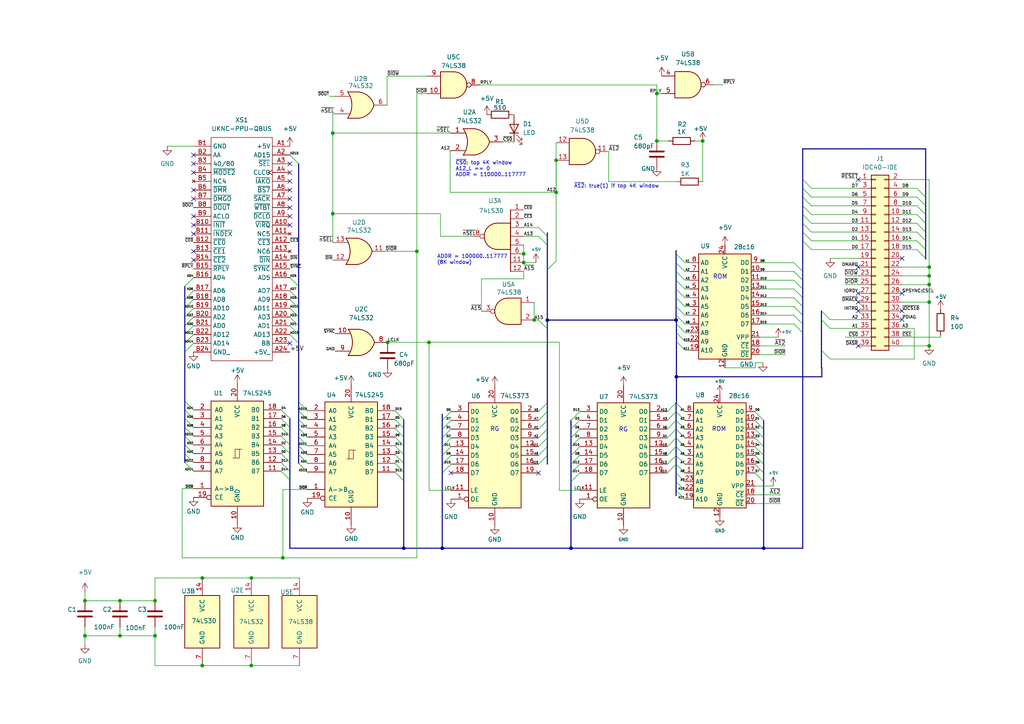
<source format=kicad_sch>
(kicad_sch (version 20230121) (generator eeschema)
  (paper "A4")
  (title_block (title "https://forum.maxiol.com/index.php?showtopic=4937") (date "2023-03-18") (comment 1 "https://github.com/nzeemin/ukncbtl-doc/wiki/IDE-HDD-ru") (comment 2 "https://zx-pk.ru/threads/12218-vinchester-uknts/page3.html"))
  (bus_alias "{QBUS-B}" (members "AD0" "AD2" "AD4" "AD6" "AD8" "AD10" "AD12" "AD14"))
  (junction (at 58.674 193.04))
  (junction (at 161.29 55.7784))
  (junction (at 117.094 159.004))
  (junction (at 120.904 72.898))
  (junction (at 72.898 193.04))
  (junction (at 190.5 40.894))
  (junction (at 158.75 92.837))
  (junction (at 151.892 73.6092))
  (junction (at 112.4204 99.314))
  (junction (at 96.52 61.976))
  (junction (at 44.958 174.244))
  (junction (at 34.798 184.404))
  (junction (at 124.4092 99.314))
  (junction (at 203.8096 40.894))
  (junction (at 165.608 159.004))
  (junction (at 269.494 82.55))
  (junction (at 196.1896 109.2708))
  (junction (at 128.27 159.004))
  (junction (at 82.042 161.798))
  (junction (at 196.088 92.837))
  (junction (at 58.674 167.64))
  (junction (at 269.494 87.63))
  (junction (at 161.29 46.482))
  (junction (at 269.494 77.47))
  (junction (at 154.94 92.8116))
  (junction (at 221.488 159.004))
  (junction (at 269.494 100.33))
  (junction (at 34.798 174.244))
  (junction (at 190.5 27.1272))
  (junction (at 151.892 76.1492))
  (junction (at 24.638 184.404))
  (junction (at 72.898 167.64))
  (junction (at 96.52 38.608))
  (junction (at 269.494 80.01))
  (junction (at 24.638 174.244))
  (junction (at 44.958 184.404))
  (no_connect (at 84.074 55.118))
  (no_connect (at 248.92 100.33))
  (no_connect (at 84.074 52.578))
  (no_connect (at 261.62 74.93))
  (no_connect (at 84.074 99.568))
  (no_connect (at 84.074 65.278))
  (no_connect (at 156.21 137.16))
  (no_connect (at 261.62 85.09))
  (no_connect (at 84.074 50.038))
  (no_connect (at 261.62 90.17))
  (no_connect (at 84.074 57.658))
  (no_connect (at 56.134 67.818))
  (no_connect (at 84.074 60.198))
  (no_connect (at 248.92 77.47))
  (no_connect (at 248.92 52.07))
  (no_connect (at 56.134 55.118))
  (no_connect (at 84.074 47.498))
  (no_connect (at 56.134 72.898))
  (no_connect (at 248.92 85.09))
  (no_connect (at 130.81 137.16))
  (no_connect (at 248.92 87.63))
  (no_connect (at 56.134 50.038))
  (no_connect (at 56.134 65.278))
  (no_connect (at 56.134 47.498))
  (no_connect (at 248.92 90.17))
  (no_connect (at 56.134 57.658))
  (no_connect (at 84.074 62.738))
  (no_connect (at 261.62 92.71))
  (no_connect (at 56.134 75.438))
  (no_connect (at 56.134 62.738))
  (no_connect (at 56.134 44.958))
  (bus_entry (at 81.534 129.032) (size 2.54 2.54))
  (bus_entry (at 230.2764 91.44) (size 2.54 2.54))
  (bus_entry (at 168.148 132.08) (size -2.54 2.54))
  (bus_entry (at 158.75 68.5292) (size -2.54 -2.54))
  (bus_entry (at 114.554 121.666) (size 2.54 2.54))
  (bus_entry (at 193.548 119.38) (size 2.54 -2.54))
  (bus_entry (at 193.548 127) (size 2.54 -2.54))
  (bus_entry (at 84.074 89.408) (size 2.54 2.54))
  (bus_entry (at 196.088 129.54) (size 2.54 2.54))
  (bus_entry (at 230.2764 88.9) (size 2.54 2.54))
  (bus_entry (at 196.088 124.46) (size 2.54 2.54))
  (bus_entry (at 56.134 86.868) (size -2.54 2.54))
  (bus_entry (at 230.2764 93.98) (size 2.54 2.54))
  (bus_entry (at 196.088 91.44) (size 2.54 2.54))
  (bus_entry (at 81.534 136.652) (size 2.54 2.54))
  (bus_entry (at 130.81 134.62) (size -2.54 2.54))
  (bus_entry (at 232.8164 57.15) (size 2.54 2.54))
  (bus_entry (at 114.554 136.906) (size 2.54 2.54))
  (bus_entry (at 84.074 80.518) (size 2.54 2.54))
  (bus_entry (at 114.554 134.366) (size 2.54 2.54))
  (bus_entry (at 86.614 129.286) (size 2.54 2.54))
  (bus_entry (at 168.148 127) (size -2.54 2.54))
  (bus_entry (at 196.088 127) (size 2.54 2.54))
  (bus_entry (at 156.21 132.08) (size 2.54 -2.54))
  (bus_entry (at 84.074 84.328) (size 2.54 2.54))
  (bus_entry (at 218.948 132.08) (size 2.54 2.54))
  (bus_entry (at 193.548 121.92) (size 2.54 -2.54))
  (bus_entry (at 196.088 78.74) (size 2.54 2.54))
  (bus_entry (at 168.148 119.38) (size -2.54 2.54))
  (bus_entry (at 156.21 124.46) (size 2.54 -2.54))
  (bus_entry (at 265.938 67.31) (size 2.54 2.54))
  (bus_entry (at 156.21 129.54) (size 2.54 -2.54))
  (bus_entry (at 84.074 91.948) (size 2.54 2.54))
  (bus_entry (at 56.134 97.028) (size -2.54 2.54))
  (bus_entry (at 196.088 142.24) (size 2.54 2.54))
  (bus_entry (at 84.074 97.028) (size 2.54 2.54))
  (bus_entry (at 56.134 80.518) (size -2.54 2.54))
  (bus_entry (at 130.81 119.38) (size -2.54 2.54))
  (bus_entry (at 168.148 137.16) (size -2.54 2.54))
  (bus_entry (at 156.21 119.38) (size 2.54 -2.54))
  (bus_entry (at 81.534 118.872) (size 2.54 2.54))
  (bus_entry (at 230.2764 76.2) (size 2.54 2.54))
  (bus_entry (at 56.134 121.412) (size -2.54 -2.54))
  (bus_entry (at 168.148 129.54) (size -2.54 2.54))
  (bus_entry (at 114.554 129.286) (size 2.54 2.54))
  (bus_entry (at 84.074 44.958) (size 2.54 2.54))
  (bus_entry (at 86.614 126.746) (size 2.54 2.54))
  (bus_entry (at 56.134 84.328) (size -2.54 2.54))
  (bus_entry (at 114.554 131.826) (size 2.54 2.54))
  (bus_entry (at 232.8164 67.31) (size 2.54 2.54))
  (bus_entry (at 196.1896 99.06) (size 2.54 2.54))
  (bus_entry (at 56.134 129.032) (size -2.54 -2.54))
  (bus_entry (at 56.134 126.492) (size -2.54 -2.54))
  (bus_entry (at 265.938 54.61) (size 2.54 2.54))
  (bus_entry (at 196.088 139.7) (size 2.54 2.54))
  (bus_entry (at 196.088 86.36) (size 2.54 2.54))
  (bus_entry (at 196.1896 96.52) (size 2.54 2.54))
  (bus_entry (at 196.088 137.16) (size 2.54 2.54))
  (bus_entry (at 86.614 124.206) (size 2.54 2.54))
  (bus_entry (at 56.134 99.568) (size -2.54 2.54))
  (bus_entry (at 114.554 119.126) (size 2.54 2.54))
  (bus_entry (at 84.074 94.488) (size 2.54 2.54))
  (bus_entry (at 232.8164 54.61) (size 2.54 2.54))
  (bus_entry (at 265.938 62.23) (size 2.54 2.54))
  (bus_entry (at 218.948 127) (size 2.54 2.54))
  (bus_entry (at 265.938 69.85) (size 2.54 2.54))
  (bus_entry (at 196.088 121.92) (size 2.54 2.54))
  (bus_entry (at 196.088 119.38) (size 2.54 2.54))
  (bus_entry (at 265.938 64.77) (size 2.54 2.54))
  (bus_entry (at 130.81 127) (size -2.54 2.54))
  (bus_entry (at 238.252 101.6) (size 2.54 2.54))
  (bus_entry (at 156.21 121.92) (size 2.54 -2.54))
  (bus_entry (at 130.81 124.46) (size -2.54 2.54))
  (bus_entry (at 265.938 72.39) (size 2.54 2.54))
  (bus_entry (at 232.8164 69.85) (size 2.54 2.54))
  (bus_entry (at 196.088 76.2) (size 2.54 2.54))
  (bus_entry (at 265.938 59.69) (size 2.54 2.54))
  (bus_entry (at 218.948 124.46) (size 2.54 2.54))
  (bus_entry (at 56.134 123.952) (size -2.54 -2.54))
  (bus_entry (at 81.534 131.572) (size 2.54 2.54))
  (bus_entry (at 161.29 75.692) (size -2.54 2.54))
  (bus_entry (at 218.948 119.38) (size 2.54 2.54))
  (bus_entry (at 232.8164 62.23) (size 2.54 2.54))
  (bus_entry (at 156.21 134.62) (size 2.54 -2.54))
  (bus_entry (at 265.938 57.15) (size 2.54 2.54))
  (bus_entry (at 168.148 121.92) (size -2.54 2.54))
  (bus_entry (at 81.534 134.112) (size 2.54 2.54))
  (bus_entry (at 196.088 73.66) (size 2.54 2.54))
  (bus_entry (at 56.134 136.652) (size -2.54 -2.54))
  (bus_entry (at 193.548 137.16) (size 2.54 -2.54))
  (bus_entry (at 114.554 124.206) (size 2.54 2.54))
  (bus_entry (at 86.614 134.366) (size 2.54 2.54))
  (bus_entry (at 230.2764 78.74) (size 2.54 2.54))
  (bus_entry (at 130.81 129.54) (size -2.54 2.54))
  (bus_entry (at 130.81 132.08) (size -2.54 2.54))
  (bus_entry (at 114.554 126.746) (size 2.54 2.54))
  (bus_entry (at 86.614 119.126) (size 2.54 2.54))
  (bus_entry (at 86.614 131.826) (size 2.54 2.54))
  (bus_entry (at 196.088 116.84) (size 2.54 2.54))
  (bus_entry (at 232.8164 64.77) (size 2.54 2.54))
  (bus_entry (at 218.948 134.62) (size 2.54 2.54))
  (bus_entry (at 81.534 121.412) (size 2.54 2.54))
  (bus_entry (at 218.948 137.16) (size 2.54 2.54))
  (bus_entry (at 193.548 124.46) (size 2.54 -2.54))
  (bus_entry (at 56.134 91.948) (size -2.54 2.54))
  (bus_entry (at 230.2764 86.36) (size 2.54 2.54))
  (bus_entry (at 158.75 71.0692) (size -2.54 -2.54))
  (bus_entry (at 196.088 134.62) (size 2.54 2.54))
  (bus_entry (at 196.1896 93.98) (size 2.54 2.54))
  (bus_entry (at 56.134 94.488) (size -2.54 2.54))
  (bus_entry (at 193.548 134.62) (size 2.54 -2.54))
  (bus_entry (at 168.148 134.62) (size -2.54 2.54))
  (bus_entry (at 238.252 92.71) (size 2.54 2.54))
  (bus_entry (at 196.088 88.9) (size 2.54 2.54))
  (bus_entry (at 232.8164 59.69) (size 2.54 2.54))
  (bus_entry (at 218.948 129.54) (size 2.54 2.54))
  (bus_entry (at 81.534 126.492) (size 2.54 2.54))
  (bus_entry (at 56.134 89.408) (size -2.54 2.54))
  (bus_entry (at 196.088 83.82) (size 2.54 2.54))
  (bus_entry (at 86.614 121.666) (size 2.54 2.54))
  (bus_entry (at 238.252 90.17) (size 2.54 2.54))
  (bus_entry (at 193.548 132.08) (size 2.54 -2.54))
  (bus_entry (at 156.21 127) (size 2.54 -2.54))
  (bus_entry (at 56.134 118.872) (size -2.54 -2.54))
  (bus_entry (at 81.534 123.952) (size 2.54 2.54))
  (bus_entry (at 156.21 92.8116) (size 2.54 2.54))
  (bus_entry (at 230.2764 83.82) (size 2.54 2.54))
  (bus_entry (at 56.134 131.572) (size -2.54 -2.54))
  (bus_entry (at 168.148 124.46) (size -2.54 2.54))
  (bus_entry (at 56.134 134.112) (size -2.54 -2.54))
  (bus_entry (at 86.614 116.586) (size 2.54 2.54))
  (bus_entry (at 232.8164 52.07) (size 2.54 2.54))
  (bus_entry (at 230.2764 81.28) (size 2.54 2.54))
  (bus_entry (at 218.948 121.92) (size 2.54 2.54))
  (bus_entry (at 193.548 129.54) (size 2.54 -2.54))
  (bus_entry (at 196.088 132.08) (size 2.54 2.54))
  (bus_entry (at 196.088 81.28) (size 2.54 2.54))
  (bus_entry (at 130.81 121.92) (size -2.54 2.54))
  (bus_entry (at 84.074 86.868) (size 2.54 2.54))
  (bus (pts (xy 196.1896 99.06) (xy 196.1896 109.2708)))
  (bus (pts (xy 53.594 86.868) (xy 53.594 89.408)))
  (bus (pts (xy 232.8164 52.07) (xy 232.8164 43.18)))
  (wire (pts (xy 218.948 140.97) (xy 224.282 140.97)))
  (wire (pts (xy 269.494 52.07) (xy 269.494 77.47)))
  (bus (pts (xy 165.608 127) (xy 165.608 129.54)))
  (wire (pts (xy 149.098 33.274) (xy 148.844 33.274)))
  (bus (pts (xy 53.594 102.108) (xy 53.594 116.332)))
  (wire (pts (xy 220.4212 76.2) (xy 230.2764 76.2)))
  (bus (pts (xy 221.488 159.004) (xy 232.8164 159.004)))
  (bus (pts (xy 268.478 67.31) (xy 268.478 69.85)))
  (bus (pts (xy 232.8164 78.74) (xy 232.8164 81.28)))
  (wire (pts (xy 235.3564 64.77) (xy 248.92 64.77)))
  (bus (pts (xy 84.074 121.412) (xy 84.074 123.952)))
  (bus (pts (xy 232.8164 69.85) (xy 232.8164 78.74)))
  (bus (pts (xy 53.594 97.028) (xy 53.594 99.568)))
  (wire (pts (xy 220.4212 100.33) (xy 227.838 100.33)))
  (wire (pts (xy 96.52 61.976) (xy 96.52 70.358)))
  (bus (pts (xy 117.094 126.746) (xy 117.094 129.286)))
  (wire (pts (xy 161.29 46.482) (xy 161.29 55.7784)))
  (bus (pts (xy 232.8164 86.36) (xy 232.8164 88.9)))
  (wire (pts (xy 96.52 61.976) (xy 127.762 61.976)))
  (bus (pts (xy 86.614 124.206) (xy 86.614 126.746)))
  (bus (pts (xy 268.478 57.15) (xy 268.478 59.69)))
  (wire (pts (xy 261.62 80.01) (xy 269.494 80.01)))
  (bus (pts (xy 232.8164 62.23) (xy 232.8164 64.77)))
  (bus (pts (xy 232.8164 83.82) (xy 232.8164 86.36)))
  (wire (pts (xy 261.62 87.63) (xy 269.494 87.63)))
  (bus (pts (xy 53.594 99.568) (xy 53.594 102.108)))
  (wire (pts (xy 198.7296 96.52) (xy 200.1012 96.52)))
  (wire (pts (xy 161.29 55.7784) (xy 161.3408 55.7784)))
  (wire (pts (xy 24.638 174.244) (xy 34.798 174.244)))
  (wire (pts (xy 220.4212 91.44) (xy 230.2764 91.44)))
  (wire (pts (xy 261.62 100.33) (xy 269.494 100.33)))
  (bus (pts (xy 86.614 121.666) (xy 86.614 124.206)))
  (bus (pts (xy 84.074 139.192) (xy 84.074 159.004)))
  (wire (pts (xy 261.62 97.79) (xy 272.796 97.79)))
  (wire (pts (xy 44.958 184.404) (xy 34.798 184.404)))
  (bus (pts (xy 196.088 129.54) (xy 196.088 127)))
  (wire (pts (xy 112.268 22.098) (xy 112.268 30.48)))
  (bus (pts (xy 196.1896 92.837) (xy 196.088 92.837)))
  (wire (pts (xy 240.792 92.71) (xy 248.92 92.71)))
  (wire (pts (xy 149.098 33.528) (xy 149.098 33.274)))
  (bus (pts (xy 268.478 72.39) (xy 268.478 74.93)))
  (bus (pts (xy 221.488 124.46) (xy 221.488 127)))
  (bus (pts (xy 84.074 123.952) (xy 84.074 126.492)))
  (bus (pts (xy 158.75 92.837) (xy 158.75 95.3516)))
  (wire (pts (xy 261.62 95.25) (xy 265.176 95.25)))
  (wire (pts (xy 96.52 38.608) (xy 130.556 38.608)))
  (bus (pts (xy 232.8164 57.15) (xy 232.8164 54.61)))
  (bus (pts (xy 268.478 69.85) (xy 268.478 72.39)))
  (bus (pts (xy 232.8164 69.85) (xy 232.8164 67.31)))
  (bus (pts (xy 128.27 124.46) (xy 128.27 127)))
  (wire (pts (xy 34.798 184.404) (xy 24.638 184.404)))
  (wire (pts (xy 272.796 97.282) (xy 272.796 97.79)))
  (wire (pts (xy 96.52 33.02) (xy 96.52 38.608)))
  (wire (pts (xy 82.042 141.986) (xy 82.042 161.798)))
  (bus (pts (xy 53.594 91.948) (xy 53.594 94.488)))
  (wire (pts (xy 218.948 146.05) (xy 226.4156 146.05)))
  (wire (pts (xy 151.892 80.8736) (xy 139.6492 80.8736)))
  (wire (pts (xy 89.154 141.986) (xy 82.042 141.986)))
  (wire (pts (xy 120.904 72.898) (xy 111.76 72.898)))
  (bus (pts (xy 117.094 121.666) (xy 117.094 124.206)))
  (bus (pts (xy 196.088 137.16) (xy 196.088 139.7)))
  (wire (pts (xy 240.792 95.25) (xy 248.92 95.25)))
  (wire (pts (xy 151.892 71.0692) (xy 151.892 73.6092)))
  (wire (pts (xy 269.494 87.63) (xy 269.494 82.55)))
  (wire (pts (xy 162.2552 99.2632) (xy 124.4092 99.2632)))
  (bus (pts (xy 268.478 62.23) (xy 268.478 64.77)))
  (bus (pts (xy 221.488 139.7) (xy 221.488 159.004)))
  (wire (pts (xy 196.1896 52.6796) (xy 176.53 52.6796)))
  (wire (pts (xy 44.958 184.404) (xy 44.958 193.04)))
  (wire (pts (xy 44.958 181.864) (xy 44.958 184.404)))
  (wire (pts (xy 161.3408 55.7784) (xy 161.3408 46.482)))
  (wire (pts (xy 120.904 72.898) (xy 120.904 27.178)))
  (wire (pts (xy 235.3564 57.15) (xy 248.92 57.15)))
  (bus (pts (xy 232.8164 91.44) (xy 232.8164 93.98)))
  (bus (pts (xy 158.75 132.08) (xy 158.75 134.62)))
  (wire (pts (xy 112.268 22.098) (xy 123.952 22.098)))
  (wire (pts (xy 235.3564 54.61) (xy 248.92 54.61)))
  (wire (pts (xy 58.674 167.64) (xy 44.958 167.64)))
  (bus (pts (xy 238.3536 106.68) (xy 238.3536 109.2708)))
  (bus (pts (xy 128.27 132.08) (xy 128.27 134.62)))
  (bus (pts (xy 86.614 116.586) (xy 86.614 119.126)))
  (bus (pts (xy 232.8164 52.07) (xy 232.8164 54.61)))
  (bus (pts (xy 196.088 81.28) (xy 196.088 83.82)))
  (wire (pts (xy 127.762 61.976) (xy 127.762 68.5292)))
  (bus (pts (xy 158.75 95.3516) (xy 158.75 116.84)))
  (bus (pts (xy 196.088 119.38) (xy 196.088 116.84)))
  (wire (pts (xy 124.4092 99.314) (xy 112.4204 99.314)))
  (wire (pts (xy 269.494 80.01) (xy 269.494 77.47)))
  (wire (pts (xy 261.62 67.31) (xy 265.938 67.31)))
  (bus (pts (xy 158.75 127) (xy 158.75 129.54)))
  (wire (pts (xy 261.62 52.07) (xy 269.494 52.07)))
  (wire (pts (xy 34.798 174.244) (xy 44.958 174.244)))
  (wire (pts (xy 220.4212 81.28) (xy 230.2764 81.28)))
  (bus (pts (xy 165.608 124.46) (xy 165.608 127)))
  (wire (pts (xy 120.904 161.798) (xy 120.904 72.898)))
  (wire (pts (xy 161.29 55.7784) (xy 130.556 55.7784)))
  (wire (pts (xy 95.504 27.94) (xy 97.028 27.94)))
  (bus (pts (xy 196.1896 96.52) (xy 196.1896 99.06)))
  (bus (pts (xy 86.614 97.028) (xy 86.614 99.568)))
  (wire (pts (xy 235.3564 59.69) (xy 248.92 59.69)))
  (bus (pts (xy 221.488 134.62) (xy 221.488 137.16)))
  (wire (pts (xy 190.5 27.1272) (xy 190.5 40.894)))
  (wire (pts (xy 161.3408 46.482) (xy 161.29 46.482)))
  (bus (pts (xy 232.8164 67.31) (xy 232.8164 64.77)))
  (wire (pts (xy 198.7296 99.06) (xy 200.1012 99.06)))
  (wire (pts (xy 176.53 52.6796) (xy 176.53 43.942)))
  (wire (pts (xy 48.514 42.418) (xy 56.134 42.418)))
  (bus (pts (xy 238.252 106.68) (xy 238.252 101.6)))
  (wire (pts (xy 220.4212 83.82) (xy 230.2764 83.82)))
  (wire (pts (xy 261.62 64.77) (xy 265.938 64.77)))
  (wire (pts (xy 235.3564 67.31) (xy 248.92 67.31)))
  (bus (pts (xy 86.614 126.746) (xy 86.614 129.286)))
  (bus (pts (xy 53.594 123.952) (xy 53.594 126.492)))
  (bus (pts (xy 86.614 99.568) (xy 86.614 116.586)))
  (bus (pts (xy 232.8164 93.98) (xy 232.8164 96.52)))
  (bus (pts (xy 165.608 137.16) (xy 165.608 139.7)))
  (wire (pts (xy 52.832 161.798) (xy 52.832 141.732)))
  (wire (pts (xy 245.11 82.55) (xy 248.92 82.55)))
  (wire (pts (xy 269.494 77.47) (xy 261.62 77.47)))
  (wire (pts (xy 151.892 76.1492) (xy 155.448 76.1492)))
  (bus (pts (xy 128.27 137.16) (xy 128.27 159.004)))
  (bus (pts (xy 117.094 129.286) (xy 117.094 131.826)))
  (bus (pts (xy 53.594 131.572) (xy 53.594 134.112)))
  (bus (pts (xy 196.088 139.7) (xy 196.088 142.24)))
  (wire (pts (xy 218.948 143.51) (xy 226.3648 143.51)))
  (bus (pts (xy 165.608 121.92) (xy 165.608 124.46)))
  (wire (pts (xy 52.832 161.798) (xy 82.042 161.798)))
  (bus (pts (xy 196.1896 109.2708) (xy 196.1896 116.84)))
  (bus (pts (xy 238.252 90.17) (xy 238.252 92.71)))
  (wire (pts (xy 245.11 80.01) (xy 248.92 80.01)))
  (bus (pts (xy 117.094 159.004) (xy 128.27 159.004)))
  (bus (pts (xy 196.088 132.08) (xy 196.088 129.54)))
  (bus (pts (xy 53.594 83.058) (xy 53.594 86.868)))
  (bus (pts (xy 196.088 76.2) (xy 196.088 78.74)))
  (wire (pts (xy 245.11 97.79) (xy 248.92 97.79)))
  (wire (pts (xy 120.904 161.798) (xy 82.042 161.798)))
  (bus (pts (xy 53.594 118.872) (xy 53.594 121.412)))
  (wire (pts (xy 139.6492 90.2716) (xy 139.7 90.2716)))
  (wire (pts (xy 220.4212 78.74) (xy 230.2764 78.74)))
  (bus (pts (xy 165.608 129.54) (xy 165.608 132.08)))
  (bus (pts (xy 158.75 119.38) (xy 158.75 121.92)))
  (wire (pts (xy 124.4092 99.314) (xy 124.4092 99.2632)))
  (bus (pts (xy 196.088 124.46) (xy 196.088 121.92)))
  (bus (pts (xy 53.594 94.488) (xy 53.594 97.028)))
  (bus (pts (xy 84.074 129.032) (xy 84.074 131.572)))
  (wire (pts (xy 190.5 24.638) (xy 190.5 27.1272)))
  (bus (pts (xy 196.088 91.44) (xy 196.088 92.837)))
  (wire (pts (xy 52.832 141.732) (xy 56.134 141.732)))
  (wire (pts (xy 220.4212 86.36) (xy 230.2764 86.36)))
  (bus (pts (xy 128.27 121.92) (xy 128.27 124.46)))
  (wire (pts (xy 96.52 33.02) (xy 97.028 33.02)))
  (bus (pts (xy 53.594 89.408) (xy 53.594 91.948)))
  (bus (pts (xy 117.094 136.906) (xy 117.094 139.446)))
  (bus (pts (xy 232.8164 88.9) (xy 232.8164 91.44)))
  (bus (pts (xy 196.088 134.62) (xy 196.088 137.16)))
  (wire (pts (xy 139.192 24.638) (xy 190.5 24.638)))
  (bus (pts (xy 117.094 134.366) (xy 117.094 136.906)))
  (bus (pts (xy 53.594 126.492) (xy 53.594 129.032)))
  (bus (pts (xy 196.088 88.9) (xy 196.088 91.44)))
  (wire (pts (xy 261.62 59.69) (xy 265.938 59.69)))
  (wire (pts (xy 24.638 184.404) (xy 24.638 186.944)))
  (bus (pts (xy 165.608 139.7) (xy 165.608 159.004)))
  (wire (pts (xy 86.868 167.64) (xy 72.898 167.64)))
  (bus (pts (xy 268.478 64.77) (xy 268.478 67.31)))
  (bus (pts (xy 221.488 137.16) (xy 221.488 139.7)))
  (bus (pts (xy 84.074 136.652) (xy 84.074 139.192)))
  (wire (pts (xy 220.4212 93.98) (xy 230.2764 93.98)))
  (wire (pts (xy 120.904 27.178) (xy 123.952 27.178)))
  (bus (pts (xy 86.614 94.488) (xy 86.614 97.028)))
  (wire (pts (xy 24.638 171.704) (xy 24.638 174.244)))
  (bus (pts (xy 196.1896 92.837) (xy 196.1896 93.98)))
  (wire (pts (xy 151.892 65.9892) (xy 156.21 65.9892)))
  (bus (pts (xy 238.3536 106.68) (xy 238.252 106.68)))
  (bus (pts (xy 84.074 134.112) (xy 84.074 136.652)))
  (bus (pts (xy 86.614 89.408) (xy 86.614 91.948)))
  (wire (pts (xy 198.628 81.28) (xy 200.1012 81.28)))
  (wire (pts (xy 96.52 38.608) (xy 96.52 61.976)))
  (wire (pts (xy 198.628 78.74) (xy 200.1012 78.74)))
  (wire (pts (xy 203.8096 40.894) (xy 203.8096 52.6796)))
  (wire (pts (xy 261.62 57.15) (xy 265.938 57.15)))
  (wire (pts (xy 261.62 62.23) (xy 265.938 62.23)))
  (wire (pts (xy 190.5 40.894) (xy 193.9036 40.894)))
  (bus (pts (xy 53.594 129.032) (xy 53.594 131.572)))
  (wire (pts (xy 124.4092 99.314) (xy 124.46 99.314)))
  (wire (pts (xy 261.62 72.39) (xy 265.938 72.39)))
  (bus (pts (xy 158.75 116.84) (xy 158.75 119.38)))
  (wire (pts (xy 154.94 92.8116) (xy 156.21 92.8116)))
  (wire (pts (xy 136.652 68.5292) (xy 127.762 68.5292)))
  (wire (pts (xy 235.3564 72.39) (xy 248.92 72.39)))
  (bus (pts (xy 86.614 91.948) (xy 86.614 94.488)))
  (bus (pts (xy 196.088 86.36) (xy 196.088 88.9)))
  (wire (pts (xy 240.792 104.14) (xy 265.176 104.14)))
  (bus (pts (xy 196.088 142.24) (xy 196.088 143.764)))
  (bus (pts (xy 196.088 83.82) (xy 196.088 86.36)))
  (bus (pts (xy 221.488 121.92) (xy 221.488 124.46)))
  (wire (pts (xy 198.7296 101.6) (xy 200.1012 101.6)))
  (bus (pts (xy 86.614 129.286) (xy 86.614 131.826)))
  (bus (pts (xy 196.1896 109.2708) (xy 238.3536 109.2708)))
  (bus (pts (xy 196.088 78.74) (xy 196.088 81.28)))
  (wire (pts (xy 198.628 93.98) (xy 200.1012 93.98)))
  (wire (pts (xy 161.29 41.402) (xy 161.29 46.482)))
  (wire (pts (xy 198.628 91.44) (xy 200.1012 91.44)))
  (bus (pts (xy 53.594 116.332) (xy 53.594 118.872)))
  (bus (pts (xy 232.8164 96.52) (xy 232.8164 159.004)))
  (bus (pts (xy 84.074 131.572) (xy 84.074 134.112)))
  (bus (pts (xy 196.1896 93.98) (xy 196.1896 96.52)))
  (wire (pts (xy 198.628 86.36) (xy 200.1012 86.36)))
  (bus (pts (xy 196.1896 116.84) (xy 196.088 116.84)))
  (wire (pts (xy 219.1004 106.68) (xy 219.1004 105.2068)))
  (bus (pts (xy 117.094 124.206) (xy 117.094 126.746)))
  (wire (pts (xy 190.5 27.1272) (xy 191.9224 27.1272)))
  (bus (pts (xy 232.8164 43.18) (xy 268.478 43.18)))
  (bus (pts (xy 117.094 131.826) (xy 117.094 134.366)))
  (bus (pts (xy 158.75 67.564) (xy 158.75 68.5292)))
  (bus (pts (xy 196.088 72.644) (xy 196.088 73.66)))
  (wire (pts (xy 130.556 55.7784) (xy 130.556 43.688)))
  (bus (pts (xy 158.75 68.5292) (xy 158.75 71.0692)))
  (wire (pts (xy 207.1624 24.5872) (xy 209.7024 24.5872)))
  (bus (pts (xy 221.488 132.08) (xy 221.488 134.62)))
  (wire (pts (xy 72.898 193.04) (xy 86.868 193.04)))
  (wire (pts (xy 261.62 69.85) (xy 265.938 69.85)))
  (bus (pts (xy 158.75 129.54) (xy 158.75 132.08)))
  (wire (pts (xy 269.494 100.33) (xy 269.494 87.63)))
  (bus (pts (xy 232.8164 59.69) (xy 232.8164 62.23)))
  (bus (pts (xy 128.27 120.142) (xy 128.27 121.92)))
  (bus (pts (xy 268.478 43.18) (xy 268.478 57.15)))
  (bus (pts (xy 268.478 59.69) (xy 268.478 62.23)))
  (bus (pts (xy 232.8164 59.69) (xy 232.8164 57.15)))
  (bus (pts (xy 86.614 86.868) (xy 86.614 89.408)))
  (wire (pts (xy 220.4212 97.79) (xy 225.7552 97.79)))
  (bus (pts (xy 86.614 47.498) (xy 86.614 83.058)))
  (wire (pts (xy 151.892 68.5292) (xy 156.21 68.5292)))
  (wire (pts (xy 139.6492 80.8736) (xy 139.6492 90.2716)))
  (wire (pts (xy 261.62 82.55) (xy 269.494 82.55)))
  (wire (pts (xy 151.892 78.6892) (xy 151.892 80.8736)))
  (wire (pts (xy 210.2612 106.68) (xy 219.1004 106.68)))
  (wire (pts (xy 198.628 83.82) (xy 200.1012 83.82)))
  (bus (pts (xy 196.088 121.92) (xy 196.088 119.38)))
  (wire (pts (xy 168.148 142.24) (xy 162.2552 142.24)))
  (wire (pts (xy 34.798 181.864) (xy 34.798 184.404)))
  (bus (pts (xy 128.27 134.62) (xy 128.27 137.16)))
  (wire (pts (xy 44.958 193.04) (xy 58.674 193.04)))
  (bus (pts (xy 117.094 139.446) (xy 117.094 159.004)))
  (bus (pts (xy 165.608 159.004) (xy 221.488 159.004)))
  (bus (pts (xy 268.478 74.93) (xy 268.478 75.184)))
  (bus (pts (xy 232.8164 81.28) (xy 232.8164 83.82)))
  (bus (pts (xy 158.75 71.0692) (xy 158.75 78.232)))
  (bus (pts (xy 196.088 132.08) (xy 196.088 134.62)))
  (wire (pts (xy 124.46 142.24) (xy 124.46 99.314)))
  (bus (pts (xy 86.614 131.826) (xy 86.614 134.366)))
  (wire (pts (xy 198.628 88.9) (xy 200.1012 88.9)))
  (bus (pts (xy 196.088 73.66) (xy 196.088 76.2)))
  (bus (pts (xy 158.75 121.92) (xy 158.75 124.46)))
  (bus (pts (xy 238.252 92.71) (xy 238.252 101.6)))
  (wire (pts (xy 201.5236 40.894) (xy 203.8096 40.894)))
  (bus (pts (xy 128.27 159.004) (xy 165.608 159.004)))
  (wire (pts (xy 72.898 167.64) (xy 58.674 167.64)))
  (bus (pts (xy 86.614 83.058) (xy 86.614 86.868)))
  (wire (pts (xy 24.638 181.864) (xy 24.638 184.404)))
  (wire (pts (xy 44.958 167.64) (xy 44.958 174.244)))
  (wire (pts (xy 149.098 41.148) (xy 145.796 41.148)))
  (bus (pts (xy 53.594 121.412) (xy 53.594 123.952)))
  (wire (pts (xy 269.494 82.55) (xy 269.494 80.01)))
  (wire (pts (xy 261.62 54.61) (xy 265.938 54.61)))
  (wire (pts (xy 154.94 87.7316) (xy 154.94 92.8116)))
  (wire (pts (xy 151.892 73.6092) (xy 151.892 76.1492)))
  (wire (pts (xy 265.176 95.25) (xy 265.176 104.14)))
  (wire (pts (xy 58.674 193.04) (xy 72.898 193.04)))
  (bus (pts (xy 86.614 119.126) (xy 86.614 121.666)))
  (wire (pts (xy 198.628 76.2) (xy 200.1012 76.2)))
  (wire (pts (xy 220.4212 102.87) (xy 227.8888 102.87)))
  (wire (pts (xy 162.2552 142.24) (xy 162.2552 99.2632)))
  (wire (pts (xy 240.792 74.93) (xy 248.92 74.93)))
  (wire (pts (xy 235.3564 62.23) (xy 248.92 62.23)))
  (bus (pts (xy 221.488 127) (xy 221.488 129.54)))
  (bus (pts (xy 165.608 134.62) (xy 165.608 137.16)))
  (bus (pts (xy 84.074 159.004) (xy 117.094 159.004)))
  (bus (pts (xy 128.27 127) (xy 128.27 129.54)))
  (bus (pts (xy 158.75 78.232) (xy 158.75 92.837)))
  (bus (pts (xy 128.27 129.54) (xy 128.27 132.08)))
  (wire (pts (xy 219.1004 105.2068) (xy 221.2848 105.2068)))
  (bus (pts (xy 84.074 126.492) (xy 84.074 129.032)))
  (bus (pts (xy 158.75 124.46) (xy 158.75 127)))
  (wire (pts (xy 220.4212 88.9) (xy 230.2764 88.9)))
  (wire (pts (xy 235.3564 69.85) (xy 248.92 69.85)))
  (wire (pts (xy 130.81 142.24) (xy 124.46 142.24)))
  (bus (pts (xy 196.088 92.837) (xy 158.75 92.837)))
  (bus (pts (xy 221.488 129.54) (xy 221.488 132.08)))
  (bus (pts (xy 165.608 132.08) (xy 165.608 134.62)))
  (bus (pts (xy 196.088 127) (xy 196.088 124.46)))
  (wire (pts (xy 161.29 55.7784) (xy 161.29 75.692)))
  (text "~{A12}: true(1) if top 4K window\n" (at 166.4716 54.7116 0) (effects (font (size 1.0668 1.0668)) (justify left bottom)))
  (text "ROM" (at 210.6676 125.3236 0) (effects (font (size 1.27 1.27)) (justify right bottom)))
  (text "RG" (at 144.8816 125.3236 0) (effects (font (size 1.27 1.27)) (justify right bottom)))
  (text "ADDR = 100000..117777\n(8K window)" (at 126.746 76.8604 0) (effects (font (size 1.0668 1.0668)) (justify left bottom)))
  (text "ROM" (at 210.9978 81.1276 0) (effects (font (size 1.27 1.27)) (justify right bottom)))
  (text "RG" (at 182.1688 125.4506 0) (effects (font (size 1.27 1.27)) (justify right bottom)))
  (text "~{CS0}: top 4K window\nA12_L == 0\nADDR = 110000..117777\n" (at 132.08 51.4096 0) (effects (font (size 1.0668 1.0668)) (justify left bottom)))
  (label "A9" (at 200.1012 96.52 180) (effects (font (size 0.635 0.635))))
  (label "D2" (at 81.534 129.032 0) (effects (font (size 0.635 0.635))))
  (label "~{DIOR}" (at 89.154 141.986 180) (effects (font (size 0.635 0.635))))
  (label "A6" (at 198.628 132.08 180) (effects (font (size 0.635 0.635))))
  (label "DMARQ" (at 248.92 77.47 180) (effects (font (size 0.9144 0.9144))))
  (label "D5" (at 218.948 132.08 0) (effects (font (size 0.635 0.635))))
  (label "D10" (at 81.534 126.492 0) (effects (font (size 0.635 0.635))))
  (label "A4" (at 200.1012 83.82 180) (effects (font (size 0.635 0.635))))
  (label "A1" (at 156.21 124.46 180) (effects (font (size 0.635 0.635))))
  (label "D4" (at 218.948 129.54 0) (effects (font (size 0.635 0.635))))
  (label "D13" (at 261.62 67.31 0) (effects (font (size 0.9144 0.9144))))
  (label "AD1" (at 84.074 94.488 0) (effects (font (size 0.635 0.635))))
  (label "~{nSEL}" (at 97.028 33.02 180) (effects (font (size 1.0668 1.0668))))
  (label "D9" (at 261.62 57.15 0) (effects (font (size 0.9144 0.9144))))
  (label "~{A15}" (at 151.892 78.6892 0) (effects (font (size 1.0668 1.0668))))
  (label "D8" (at 81.534 123.952 0) (effects (font (size 0.635 0.635))))
  (label "~{nSEL}" (at 130.556 38.608 180) (effects (font (size 1.0668 1.0668))))
  (label "~{A12}" (at 227.838 100.33 180) (effects (font (size 1.0668 1.0668))))
  (label "AD15" (at 89.154 119.126 180) (effects (font (size 0.635 0.635))))
  (label "AD2" (at 56.134 129.032 180) (effects (font (size 0.635 0.635))))
  (label "AD1" (at 89.154 134.366 180) (effects (font (size 0.635 0.635))))
  (label "AD9" (at 89.154 126.746 180) (effects (font (size 0.635 0.635))))
  (label "AD3" (at 84.074 91.948 0) (effects (font (size 0.635 0.635))))
  (label "D15" (at 261.62 72.39 0) (effects (font (size 0.9144 0.9144))))
  (label "~{A12}" (at 176.53 43.942 0) (effects (font (size 1.0668 1.0668))))
  (label "A8" (at 200.1012 93.98 180) (effects (font (size 0.635 0.635))))
  (label "AD8" (at 56.134 86.868 180) (effects (font (size 0.635 0.635))))
  (label "D12" (at 220.4212 86.36 0) (effects (font (size 0.635 0.635))))
  (label "A12" (at 130.556 43.688 180) (effects (font (size 0.9144 0.9144))))
  (label "D7" (at 248.92 54.61 180) (effects (font (size 0.9144 0.9144))))
  (label "RPLY" (at 139.192 24.638 0) (effects (font (size 0.9144 0.9144))))
  (label "~{DOUT}" (at 56.134 60.198 180) (effects (font (size 0.8128 0.8128))))
  (label "D14" (at 220.4212 91.44 0) (effects (font (size 0.635 0.635))))
  (label "~{RPLY}" (at 56.134 77.978 180) (effects (font (size 0.9144 0.9144))))
  (label "D7" (at 218.948 137.16 0) (effects (font (size 0.635 0.635))))
  (label "D11" (at 114.554 129.286 0) (effects (font (size 0.635 0.635))))
  (label "AD12" (at 56.134 97.028 180) (effects (font (size 0.635 0.635))))
  (label "A8" (at 198.628 137.16 180) (effects (font (size 0.635 0.635))))
  (label "D5" (at 130.81 119.38 180) (effects (font (size 0.635 0.635))))
  (label "D9" (at 114.554 126.746 0) (effects (font (size 0.635 0.635))))
  (label "A5" (at 200.1012 86.36 180) (effects (font (size 0.635 0.635))))
  (label "AD7" (at 89.154 124.206 180) (effects (font (size 0.635 0.635))))
  (label "D0" (at 248.92 72.39 180) (effects (font (size 0.9144 0.9144))))
  (label "A3" (at 200.1012 81.28 180) (effects (font (size 0.635 0.635))))
  (label "~{DMACK}" (at 248.92 87.63 180) (effects (font (size 0.9144 0.9144))))
  (label "D2" (at 130.81 127 180) (effects (font (size 0.635 0.635))))
  (label "D0" (at 218.948 119.38 0) (effects (font (size 0.635 0.635))))
  (label "IORDY" (at 248.92 85.09 180) (effects (font (size 0.9144 0.9144))))
  (label "~{CE3}" (at 84.074 70.358 0) (effects (font (size 0.8128 0.8128))))
  (label "AD11" (at 84.074 89.408 0) (effects (font (size 0.635 0.635))))
  (label "AD10" (at 56.134 126.492 180) (effects (font (size 0.635 0.635))))
  (label "A11" (at 156.21 129.54 180) (effects (font (size 0.635 0.635))))
  (label "AD13" (at 84.074 97.028 0) (effects (font (size 0.635 0.635))))
  (label "AD7" (at 84.074 84.328 0) (effects (font (size 0.635 0.635))))
  (label "~{DIOR}" (at 248.92 82.55 180) (effects (font (size 1.0668 1.0668))))
  (label "D12" (at 261.62 64.77 0) (effects (font (size 0.9144 0.9144))))
  (label "~{RPLY}" (at 209.7024 24.5872 0) (effects (font (size 0.9144 0.9144))))
  (label "AD5" (at 89.154 121.666 180) (effects (font (size 0.635 0.635))))
  (label "D4" (at 248.92 62.23 180) (effects (font (size 0.9144 0.9144))))
  (label "D3" (at 168.148 121.92 180) (effects (font (size 0.635 0.635))))
  (label "AD0" (at 56.134 94.488 180) (effects (font (size 0.635 0.635))))
  (label "~{DIN}" (at 96.52 75.438 180) (effects (font (size 0.8128 0.8128))))
  (label "D5" (at 248.92 59.69 180) (effects (font (size 0.9144 0.9144))))
  (label "A5" (at 198.628 129.54 180) (effects (font (size 0.635 0.635))))
  (label "~{DIOR}" (at 56.134 141.732 180) (effects (font (size 0.635 0.635))))
  (label "D11" (at 130.81 129.54 180) (effects (font (size 0.635 0.635))))
  (label "~{DIOW}" (at 112.268 22.098 0) (effects (font (size 0.9144 0.9144))))
  (label "~{DIOR}" (at 227.8888 102.87 180) (effects (font (size 0.9144 0.9144))))
  (label "~{nSEL}" (at 134.112 68.5292 0) (effects (font (size 1.0668 1.0668))))
  (label "D13" (at 114.554 136.906 0) (effects (font (size 0.635 0.635))))
  (label "A9" (at 198.628 139.7 180) (effects (font (size 0.635 0.635))))
  (label "D10" (at 261.62 59.69 0) (effects (font (size 0.9144 0.9144))))
  (label "D14" (at 168.148 137.16 180) (effects (font (size 0.635 0.635))))
  (label "AD12" (at 56.134 134.112 180) (effects (font (size 0.635 0.635))))
  (label "~{CE0}" (at 56.134 70.358 180) (effects (font (size 0.8128 0.8128))))
  (label "D13" (at 220.4212 88.9 0) (effects (font (size 0.635 0.635))))
  (label "A2" (at 198.628 121.92 180) (effects (font (size 0.635 0.635))))
  (label "D8" (at 220.4212 76.2 0) (effects (font (size 0.635 0.635))))
  (label "A9" (at 156.21 132.08 180) (effects (font (size 0.635 0.635))))
  (label "A10" (at 193.548 129.54 180) (effects (font (size 0.635 0.635))))
  (label "D7" (at 114.554 124.206 0) (effects (font (size 0.635 0.635))))
  (label "A10" (at 200.1012 99.06 180) (effects (font (size 0.635 0.635))))
  (label "~{DOUT}" (at 95.504 27.94 180) (effects (font (size 0.8128 0.8128))))
  (label "AD14" (at 56.134 99.568 180) (effects (font (size 0.635 0.635))))
  (label "+5V" (at 84.074 102.108 0))
  (label "D10" (at 168.148 129.54 180) (effects (font (size 0.635 0.635))))
  (label "LCLK" (at 112.4204 99.314 0) (effects (font (size 0.9144 0.9144))))
  (label "LCLK" (at 128.905 142.24 0) (effects (font (size 0.8128 0.8128))))
  (label "A4" (at 198.628 127 180) (effects (font (size 0.635 0.635))))
  (label "A15" (at 154.94 92.8116 0) (effects (font (size 0.9144 0.9144))))
  (label "A1" (at 198.628 119.38 180) (effects (font (size 0.635 0.635))))
  (label "AD11" (at 89.154 129.286 180) (effects (font (size 0.635 0.635))))
  (label "A12" (at 161.29 55.7784 180) (effects (font (size 0.9144 0.9144))))
  (label "A3" (at 198.628 124.46 180) (effects (font (size 0.635 0.635))))
  (label "AD0" (at 56.134 131.572 180) (effects (font (size 0.635 0.635))))
  (label "A5" (at 156.21 119.38 180) (effects (font (size 0.635 0.635))))
  (label "~{DIOR}" (at 226.4156 146.05 180) (effects (font (size 0.9144 0.9144))))
  (label "D12" (at 168.148 134.62 180) (effects (font (size 0.635 0.635))))
  (label "A1" (at 248.92 95.25 180) (effects (font (size 0.9144 0.9144))))
  (label "~{RESET}" (at 248.92 52.07 180) (effects (font (size 1.0668 1.0668))))
  (label "A12" (at 193.548 134.62 180) (effects (font (size 0.635 0.635))))
  (label "~{SYNC}" (at 97.1804 96.774 180) (effects (font (size 0.8128 0.8128))))
  (label "A7" (at 156.21 121.92 180) (effects (font (size 0.635 0.635))))
  (label "AD6" (at 56.134 84.328 180) (effects (font (size 0.635 0.635))))
  (label "D2" (at 218.948 124.46 0) (effects (font (size 0.635 0.635))))
  (label "~{DIN}" (at 84.074 75.438 0) (effects (font (size 0.8128 0.8128))))
  (label "A3" (at 193.548 121.92 180) (effects (font (size 0.635 0.635))))
  (label "A14" (at 151.892 65.9892 0) (effects (font (size 0.9144 0.9144))))
  (label "D3" (at 114.554 131.826 0) (effects (font (size 0.635 0.635))))
  (label "D12" (at 81.534 134.112 0) (effects (font (size 0.635 0.635))))
  (label "D8" (at 261.62 54.61 0) (effects (font (size 0.9144 0.9144))))
  (label "D9" (at 220.4212 78.74 0) (effects (font (size 0.635 0.635))))
  (label "A10" (at 198.628 142.24 180) (effects (font (size 0.635 0.635))))
  (label "AD9" (at 84.074 86.868 0) (effects (font (size 0.635 0.635))))
  (label "LCLK" (at 166.497 142.24 0) (effects (font (size 0.8128 0.8128))))
  (label "D14" (at 261.62 69.85 0) (effects (font (size 0.9144 0.9144))))
  (label "~{IOCS16}" (at 261.62 90.17 0) (effects (font (size 0.9144 0.9144))))
  (label "D6" (at 218.948 134.62 0) (effects (font (size 0.635 0.635))))
  (label "~{DIOW}" (at 248.92 80.01 180) (effects (font (size 1.0668 1.0668))))
  (label "D9" (at 130.81 132.08 180) (effects (font (size 0.635 0.635))))
  (label "AD3" (at 89.154 131.826 180) (effects (font (size 0.635 0.635))))
  (label "A2" (at 248.92 92.71 180) (effects (font (size 0.9144 0.9144))))
  (label "AD4" (at 56.134 118.872 180) (effects (font (size 0.635 0.635))))
  (label "D11" (at 220.4212 83.82 0) (effects (font (size 0.635 0.635))))
  (label "D4" (at 81.534 118.872 0) (effects (font (size 0.635 0.635))))
  (label "INTRQ" (at 248.92 90.17 180) (effects (font (size 0.9144 0.9144))))
  (label "~{SYNC}" (at 84.074 77.978 0) (effects (font (size 0.8128 0.8128))))
  (label "PDIAG" (at 261.62 92.71 0) (effects (font (size 0.9144 0.9144))))
  (label "D4" (at 168.148 127 180) (effects (font (size 0.635 0.635))))
  (label "D3" (at 248.92 64.77 180) (effects (font (size 0.9144 0.9144))))
  (label "A11" (at 198.628 144.78 180) (effects (font (size 0.635 0.635))))
  (label "SPSYNC:CSEL" (at 261.62 85.09 0) (effects (font (size 0.9144 0.9144))))
  (label "~{CE3}" (at 151.892 63.4492 0) (effects (font (size 0.8128 0.8128))))
  (label "D0" (at 81.534 131.572 0) (effects (font (size 0.635 0.635))))
  (label "A3" (at 261.62 95.25 0) (effects (font (size 0.9144 0.9144))))
  (label "~{DIOR}" (at 111.76 72.898 0) (effects (font (size 0.9144 0.9144))))
  (label "A7" (at 198.628 134.62 180) (effects (font (size 0.635 0.635))))
  (label "A4" (at 193.548 127 180) (effects (font (size 0.635 0.635))))
  (label "A7" (at 200.1012 91.44 180) (effects (font (size 0.635 0.635))))
  (label "~{CE0}" (at 151.892 60.9092 0) (effects (font (size 0.8128 0.8128))))
  (label "D15" (at 130.81 134.62 180) (effects (font (size 0.635 0.635))))
  (label "D7" (at 130.81 121.92 180) (effects (font (size 0.635 0.635))))
  (label "~{A15}" (at 139.6492 90.2716 180) (effects (font (size 1.0668 1.0668))))
  (label "AD15" (at 84.074 44.958 0) (effects (font (size 0.635 0.635))))
  (label "~{DASP}" (at 248.92 100.33 180) (effects (font (size 0.9144 0.9144))))
  (label "D13" (at 168.148 119.38 180) (effects (font (size 0.635 0.635))))
  (label "D8" (at 168.148 132.08 180) (effects (font (size 0.635 0.635))))
  (label "AD2" (at 56.134 91.948 180) (effects (font (size 0.635 0.635))))
  (label "~{CS1}" (at 261.62 97.79 0) (effects (font (size 0.9144 0.9144))))
  (label "A11" (at 200.1012 101.6 180) (effects (font (size 0.635 0.635))))
  (label "AD8" (at 56.134 123.952 180) (effects (font (size 0.635 0.635))))
  (label "D10" (at 220.4212 81.28 0) (effects (font (size 0.635 0.635))))
  (label "D3" (at 218.948 127 0) (effects (font (size 0.635 0.635))))
  (label "AD6" (at 56.134 121.412 180) (effects (font (size 0.635 0.635))))
  (label "D6" (at 81.534 121.412 0) (effects (font (size 0.635 0.635))))
  (label "A2" (at 200.1012 78.74 180) (effects (font (size 0.635 0.635))))
  (label "~{CS0}" (at 145.796 41.148 0) (effects (font (size 0.9144 0.9144))))
  (label "D11" (at 261.62 62.23 0) (effects (font (size 0.9144 0.9144))))
  (label "A2" (at 156.21 127 180) (effects (font (size 0.635 0.635))))
  (label "D1" (at 218.948 121.92 0) (effects (font (size 0.635 0.635))))
  (label "AD14" (at 56.134 136.652 180) (effects (font (size 0.635 0.635))))
  (label "RPLY" (at 191.9224 27.1272 180) (effects (font (size 0.9144 0.9144))))
  (label "A14" (at 193.548 137.16 180) (effects (font (size 0.635 0.635))))
  (label "D15" (at 220.4212 93.98 0) (effects (font (size 0.635 0.635))))
  (label "A15" (at 156.21 134.62 180) (effects (font (size 0.635 0.635))))
  (label "~{CS0}" (at 248.92 97.79 180) (effects (font (size 0.9144 0.9144))))
  (label "GND" (at 97.1804 101.854 180) (effects (font (size 0.8128 0.8128))))
  (label "AD5" (at 84.074 80.518 0) (effects (font (size 0.635 0.635))))
  (label "AD13" (at 89.154 136.906 180) (effects (font (size 0.635 0.635))))
  (label "D6" (at 248.92 57.15 180) (effects (font (size 0.9144 0.9144))))
  (label "D1" (at 248.92 69.85 180) (effects (font (size 0.9144 0.9144))))
  (label "A1" (at 200.1012 76.2 180) (effects (font (size 0.635 0.635))))
  (label "A6" (at 193.548 124.46 180) (effects (font (size 0.635 0.635))))
  (label "A13" (at 193.548 119.38 180) (effects (font (size 0.635 0.635))))
  (label "A13" (at 151.892 68.5292 0) (effects (font (size 0.9144 0.9144))))
  (label "D2" (at 248.92 67.31 180) (effects (font (size 0.9144 0.9144))))
  (label "D5" (at 114.554 121.666 0) (effects (font (size 0.635 0.635))))
  (label "~{DIOR}" (at 123.952 27.178 180) (effects (font (size 0.9144 0.9144))))
  (label "D1" (at 114.554 134.366 0) (effects (font (size 0.635 0.635))))
  (label "A6" (at 200.1012 88.9 180) (effects (font (size 0.635 0.635))))
  (label "D14" (at 81.534 136.652 0) (effects (font (size 0.635 0.635))))
  (label "D15" (at 114.554 119.126 0) (effects (font (size 0.635 0.635))))
  (label "AD4" (at 56.134 80.518 180) (effects (font (size 0.635 0.635))))
  (label "A8" (at 193.548 132.08 180) (effects (font (size 0.635 0.635))))
  (label "D1" (at 130.81 124.46 180) (effects (font (size 0.635 0.635))))
  (label "D6" (at 168.148 124.46 180) (effects (font (size 0.635 0.635))))
  (label "AD10" (at 56.134 89.408 180) (effects (font (size 0.635 0.635))))
  (label "~{nSEL}" (at 96.52 70.358 180) (effects (font (size 1.0668 1.0668))))
  (label "~{A12}" (at 226.3648 143.51 180) (effects (font (size 1.0668 1.0668))))
  (symbol (lib_id "Connector_Generic:Conn_02x20_Odd_Even") (at 254 74.93 0) (unit 1)
    (property "Reference" "J1" (at 255.27 45.974 0))
    (property "Value" "IDC40-IDE" (at 255.27 48.514 0))
    (property "Footprint" "Connector_IDC:IDC-Header_2x20_P2.54mm_Horizontal" (effects hide))
  )
  (symbol (lib_id "power:+5V") (at 272.796 89.662 0) (unit 1)
    (property "Reference" "#PWR033" (effects hide))
    (property "Value" "+5V" (at 272.796 86.106 0) (effects (font (size 1.0668 1.0668))))
  )
  (symbol (lib_id "power:GND") (at 68.834 151.892 0) (unit 1)
    (property "Reference" "#PWR07" (effects hide))
    (property "Value" "GND" (at 68.834 155.956 0))
  )
  (symbol (lib_id "power:+5V") (at 210.2612 71.12 0) (unit 1)
    (property "Reference" "#PWR026" (effects hide))
    (property "Value" "+5V" (at 210.2612 65.9892 0))
  )
  (symbol (lib_id "74xx:74LS38") (at 86.868 180.34 0) (unit 5)
    (property "Reference" "U5" (at 81.28 171.704 0) (effects (justify left)))
    (property "Value" "74LS38" (at 83.566 180.34 0) (effects (justify left)))
    (property "Footprint" "Package_DIP:DIP-14_W7.62mm" (effects hide))
    (property "Datasheet" "http://www.ti.com/lit/gpn/sn74LS38" (effects hide))
  )
  (symbol (lib_id "power:+5V") (at 24.638 171.704 0) (unit 1)
    (property "Reference" "#PWR01" (effects hide))
    (property "Value" "+5V" (at 24.638 165.989 0))
  )
  (symbol (lib_id "power:GND") (at 130.81 144.78 0) (unit 1)
    (property "Reference" "#PWR013" (effects hide))
    (property "Value" "GND" (at 130.81 149.86 0))
  )
  (symbol (lib_id "Device:C") (at 112.4204 103.124 0) (unit 1)
    (property "Reference" "C4" (at 115.7224 102.87 0) (effects (justify left)))
    (property "Value" "680pF" (at 114.1984 105.41 0) (effects (justify left)))
    (property "Footprint" "Capacitor_SMD:C_0603_1608Metric" (effects hide))
  )
  (symbol (lib_id "Device:R") (at 145.034 33.274 90) (unit 1)
    (property "Reference" "R1" (at 146.304 29.464 90) (effects (justify left)))
    (property "Value" "510" (at 146.939 31.242 90) (effects (justify left)))
    (property "Footprint" "Resistor_SMD:R_0805_2012Metric" (effects hide))
  )
  (symbol (lib_id "power:GND") (at 190.5 48.514 0) (mirror y) (unit 1)
    (property "Reference" "#PWR021" (effects hide))
    (property "Value" "GND" (at 188.0108 48.9204 0))
  )
  (symbol (lib_id "74xx:74LS245") (at 68.834 131.572 0) (unit 1)
    (property "Reference" "U1" (at 61.976 114.046 0) (effects (justify left)))
    (property "Value" "74LS245" (at 70.358 114.046 0) (effects (justify left)))
    (property "Footprint" "Package_DIP:DIP-20_W7.62mm" (effects hide))
    (property "Datasheet" "http://www.ti.com/lit/gpn/sn74LS245" (effects hide))
  )
  (symbol (lib_id "power:GND") (at 168.148 144.78 0) (unit 1)
    (property "Reference" "#PWR018" (effects hide))
    (property "Value" "GND" (at 168.148 149.86 0))
  )
  (symbol (lib_id "Device:C") (at 34.798 178.054 0) (unit 1)
    (property "Reference" "C2" (at 29.718 176.784 0) (effects (justify left)))
    (property "Value" "100nF" (at 36.322 182.118 0) (effects (justify left)))
    (property "Footprint" "Capacitor_SMD:C_0402_1005Metric" (effects hide))
    (property "JLCPCB Part #" "C307331" (effects hide))
  )
  (symbol (lib_id "power:GND") (at 101.854 152.146 0) (unit 1)
    (property "Reference" "#PWR011" (effects hide))
    (property "Value" "GND" (at 101.854 156.21 0))
  )
  (symbol (lib_id "power:+5V") (at 68.834 111.252 0) (unit 1)
    (property "Reference" "#PWR06" (effects hide))
    (property "Value" "+5V" (at 68.834 107.442 0))
  )
  (symbol (lib_id "power:+5V") (at 225.7552 97.79 0) (unit 1)
    (property "Reference" "#PWR030" (effects hide))
    (property "Value" "+5V" (at 228.092 96.266 0) (effects (font (size 0.9144 0.9144))))
  )
  (symbol (lib_id "74xx:74LS373") (at 143.51 132.08 0) (unit 1)
    (property "Reference" "U6" (at 136.652 114.808 0) (effects (justify left)))
    (property "Value" "74LS373" (at 145.034 114.808 0) (effects (justify left)))
    (property "Footprint" "Package_DIP:DIP-20_W7.62mm" (effects hide))
    (property "Datasheet" "http://www.ti.com/lit/gpn/sn74LS373" (effects hide))
  )
  (symbol (lib_id "Device:C") (at 24.638 178.054 0) (unit 1)
    (property "Reference" "C1" (at 19.558 176.784 0) (effects (justify left)))
    (property "Value" "100nF" (at 27.178 181.864 0) (effects (justify left)))
    (property "Footprint" "Capacitor_SMD:C_0402_1005Metric" (effects hide))
    (property "JLCPCB Part #" "C307331" (effects hide))
  )
  (symbol (lib_id "Device:R") (at 197.7136 40.894 90) (unit 1)
    (property "Reference" "R2" (at 197.8406 36.068 90))
    (property "Value" "1K" (at 197.7136 38.227 90))
    (property "Footprint" "Resistor_SMD:R_0805_2012Metric" (effects hide))
  )
  (symbol (lib_id "74xx:74LS38") (at 131.572 24.638 0) (unit 3)
    (property "Reference" "U5" (at 131.5637 16.51 0))
    (property "Value" "74LS38" (at 131.5637 19.05 0))
    (property "Footprint" "Package_DIP:DIP-14_W7.62mm" (effects hide))
    (property "Datasheet" "http://www.ti.com/lit/gpn/sn74LS38" (effects hide))
  )
  (symbol (lib_id "power:GND") (at 89.154 144.526 0) (unit 1)
    (property "Reference" "#PWR09" (effects hide))
    (property "Value" "GND" (at 89.154 148.59 0))
  )
  (symbol (lib_id "74xx:74LS373") (at 180.848 132.08 0) (unit 1)
    (property "Reference" "U7" (at 173.736 115.062 0) (effects (justify left)))
    (property "Value" "74LS373" (at 182.372 115.062 0) (effects (justify left)))
    (property "Footprint" "Package_DIP:DIP-20_W7.62mm" (effects hide))
    (property "Datasheet" "http://www.ti.com/lit/gpn/sn74LS373" (effects hide))
  )
  (symbol (lib_id "my-uknc:UKNC-PPU-QBUS") (at 68.834 81.788 0) (unit 1)
    (property "Reference" "XS1" (at 70.104 34.798 0))
    (property "Value" "UKNC-PPU-QBUS" (at 70.104 37.338 0))
    (property "Footprint" "UKNC-PP-Library:SNP15-48-BOARD" (effects hide))
  )
  (symbol (lib_id "74xx:74LS32") (at 104.648 30.48 0) (mirror x) (unit 2)
    (property "Reference" "U2" (at 104.648 22.86 0))
    (property "Value" "74LS32" (at 104.648 24.892 0))
    (property "Footprint" "Package_DIP:DIP-14_W7.62mm" (effects hide))
    (property "Datasheet" "http://www.ti.com/lit/gpn/sn74LS32" (effects hide))
  )
  (symbol (lib_id "power:GND") (at 112.4204 106.934 0) (unit 1)
    (property "Reference" "#PWR012" (effects hide))
    (property "Value" "GND" (at 108.712 108.6612 0))
  )
  (symbol (lib_id "power:+5V") (at 141.224 33.274 0) (unit 1)
    (property "Reference" "#PWR014" (effects hide))
    (property "Value" "+5V" (at 141.224 28.575 0))
  )
  (symbol (lib_id "power:GND") (at 56.134 144.272 0) (unit 1)
    (property "Reference" "#PWR05" (effects hide))
    (property "Value" "GND" (at 56.134 148.336 0))
  )
  (symbol (lib_id "power:GND") (at 48.514 42.418 0) (unit 1)
    (property "Reference" "#PWR03" (effects hide))
    (property "Value" "GND" (at 48.514 47.498 0))
  )
  (symbol (lib_id "power:+5V") (at 208.788 114.3 0) (unit 1)
    (property "Reference" "#PWR024" (effects hide))
    (property "Value" "+5V" (at 207.264 110.617 0) (effects (font (size 0.9144 0.9144)) (justify left)))
  )
  (symbol (lib_id "power:+5V") (at 203.8096 40.894 0) (unit 1)
    (property "Reference" "#PWR023" (effects hide))
    (property "Value" "+5V" (at 203.1492 37.338 0))
  )
  (symbol (lib_id "power:GND") (at 208.788 149.86 0) (unit 1)
    (property "Reference" "#PWR025" (effects hide))
    (property "Value" "GND" (at 208.788 153.924 0) (effects (font (size 0.9144 0.9144))))
  )
  (symbol (lib_id "power:GND") (at 56.134 102.108 0) (unit 1)
    (property "Reference" "#PWR04" (effects hide))
    (property "Value" "GND" (at 56.134 106.172 0))
  )
  (symbol (lib_id "Device:LED") (at 149.098 37.338 90) (unit 1)
    (property "Reference" "D1" (at 151.638 35.941 90) (effects (justify right)))
    (property "Value" "LED" (at 151.638 38.481 90) (effects (justify right)))
    (property "Footprint" "LED_SMD:LED_0805_2012Metric" (effects hide))
  )
  (symbol (lib_id "my-uknc:2716") (at 210.2612 96.52 0) (unit 1)
    (property "Reference" "U9" (at 203.1492 71.374 0) (effects (justify left)))
    (property "Value" "28c16" (at 212.8012 71.628 0) (effects (justify left)))
    (property "Footprint" "Package_DIP:DIP-24_W15.24mm" (effects hide))
    (property "Datasheet" "https://datasheetspdf.com/pdf-file/957635/Intel/2716/1" (effects hide))
  )
  (symbol (lib_id "power:+5V") (at 180.848 111.76 0) (unit 1)
    (property "Reference" "#PWR019" (effects hide))
    (property "Value" "+5V" (at 180.848 106.68 0))
  )
  (symbol (lib_id "74xx:74LS30") (at 144.272 68.5292 0) (mirror y) (unit 1)
    (property "Reference" "U3" (at 143.51 58.2168 0))
    (property "Value" "74LS30" (at 142.494 61.1124 0))
    (property "Footprint" "Package_DIP:DIP-14_W7.62mm" (effects hide))
    (property "Datasheet" "http://www.ti.com/lit/gpn/sn74LS30" (effects hide))
  )
  (symbol (lib_id "power:+5V") (at 143.51 111.76 0) (unit 1)
    (property "Reference" "#PWR015" (effects hide))
    (property "Value" "+5V" (at 139.8016 110.0836 0))
  )
  (symbol (lib_id "power:GND") (at 221.2848 105.2068 0) (unit 1)
    (property "Reference" "#PWR028" (effects hide))
    (property "Value" "GND" (at 216.5604 105.7148 0))
  )
  (symbol (lib_id "power:GND") (at 180.848 152.4 0) (unit 1)
    (property "Reference" "#PWR020" (effects hide))
    (property "Value" "GND" (at 180.848 156.464 0) (effects (font (size 0.9144 0.9144))))
  )
  (symbol (lib_id "74xx:74LS32") (at 72.898 180.34 0) (unit 5)
    (property "Reference" "U2" (at 68.834 171.196 0))
    (property "Value" "74LS32" (at 72.898 180.34 0))
    (property "Footprint" "Package_DIP:DIP-14_W7.62mm" (effects hide))
    (property "Datasheet" "http://www.ti.com/lit/gpn/sn74LS32" (effects hide))
  )
  (symbol (lib_id "74xx:74LS32") (at 138.176 41.148 0) (unit 1)
    (property "Reference" "U2" (at 136.144 32.512 0))
    (property "Value" "74LS32" (at 136.144 35.052 0))
    (property "Footprint" "Package_DIP:DIP-14_W7.62mm" (effects hide))
    (property "Datasheet" "http://www.ti.com/lit/gpn/sn74LS32" (effects hide))
  )
  (symbol (lib_id "power:+5V") (at 155.448 76.1492 0) (unit 1)
    (property "Reference" "#PWR017" (effects hide))
    (property "Value" "+5V" (at 155.448 72.3392 0) (effects (font (size 0.9144 0.9144))))
  )
  (symbol (lib_id "74xx:74LS30") (at 58.674 180.34 0) (unit 2)
    (property "Reference" "U3" (at 54.61 171.45 0))
    (property "Value" "74LS30" (at 59.182 180.086 0))
    (property "Footprint" "Package_DIP:DIP-14_W7.62mm" (effects hide))
    (property "Datasheet" "http://www.ti.com/lit/gpn/sn74LS30" (effects hide))
  )
  (symbol (lib_id "power:GND") (at 269.494 100.33 0) (unit 1)
    (property "Reference" "#PWR032" (effects hide))
    (property "Value" "GND" (at 269.494 105.41 0))
  )
  (symbol (lib_id "74xx:74LS38") (at 147.32 90.2716 0) (mirror y) (unit 1)
    (property "Reference" "U5" (at 147.4724 82.4992 0))
    (property "Value" "74LS38" (at 147.6248 84.7852 0))
    (property "Footprint" "Package_DIP:DIP-14_W7.62mm" (effects hide))
    (property "Datasheet" "http://www.ti.com/lit/gpn/sn74LS38" (effects hide))
  )
  (symbol (lib_id "Device:R") (at 199.9996 52.6796 90) (unit 1)
    (property "Reference" "R3" (at 198.7296 47.8536 90))
    (property "Value" "1K" (at 198.7296 50.3936 90))
    (property "Footprint" "Resistor_SMD:R_0805_2012Metric" (effects hide))
  )
  (symbol (lib_id "74xx:74LS38") (at 168.91 43.942 0) (unit 4)
    (property "Reference" "U5" (at 168.91 35.179 0))
    (property "Value" "74LS38" (at 168.91 37.719 0))
    (property "Footprint" "Package_DIP:DIP-14_W7.62mm" (effects hide))
    (property "Datasheet" "http://www.ti.com/lit/gpn/sn74LS38" (effects hide))
  )
  (symbol (lib_id "Device:C") (at 190.5 44.704 0) (unit 1)
    (property "Reference" "C5" (at 183.7436 39.8272 0) (effects (justify left)))
    (property "Value" "680pF" (at 183.7436 42.3672 0) (effects (justify left)))
    (property "Footprint" "Capacitor_SMD:C_0603_1608Metric" (effects hide))
  )
  (symbol (lib_id "74xx:74LS32") (at 104.14 72.898 0) (mirror x) (unit 4)
    (property "Reference" "U2" (at 104.14 64.516 0))
    (property "Value" "74LS32" (at 104.14 66.802 0))
    (property "Footprint" "Package_DIP:DIP-14_W7.62mm" (effects hide))
    (property "Datasheet" "http://www.ti.com/lit/gpn/sn74LS32" (effects hide))
  )
  (symbol (lib_id "Device:R") (at 272.796 93.472 0) (unit 1)
    (property "Reference" "R4" (at 275.59 92.2019 0) (effects (justify left)))
    (property "Value" "100" (at 275.59 94.7419 0) (effects (justify left)))
    (property "Footprint" "Resistor_SMD:R_0805_2012Metric" (effects hide))
  )
  (symbol (lib_id "power:+5V") (at 191.9224 22.0472 0) (unit 1)
    (property "Reference" "#PWR022" (effects hide))
    (property "Value" "+5V" (at 191.9224 16.8402 0))
  )
  (symbol (lib_id "power:+5V") (at 101.854 111.506 0) (unit 1)
    (property "Reference" "#PWR010" (effects hide))
    (property "Value" "+5V" (at 98.806 109.6264 0))
  )
  (symbol (lib_id "Device:C") (at 44.958 178.054 0) (unit 1)
    (property "Reference" "C3" (at 39.878 176.784 0) (effects (justify left)))
    (property "Value" "100nF" (at 47.498 181.864 0) (effects (justify left)))
    (property "Footprint" "Capacitor_SMD:C_0402_1005Metric" (effects hide))
    (property "JLCPB Part #" "C307331" (effects hide))
  )
  (symbol (lib_id "74xx:74LS32") (at 104.8004 99.314 0) (mirror x) (unit 3)
    (property "Reference" "U2" (at 104.8004 89.662 0))
    (property "Value" "74LS32" (at 104.8004 92.202 0))
    (property "Footprint" "Package_DIP:DIP-14_W7.62mm" (effects hide))
    (property "Datasheet" "http://www.ti.com/lit/gpn/sn74LS32" (effects hide))
  )
  (symbol (lib_id "74xx:74LS245") (at 101.854 131.826 0) (unit 1)
    (property "Reference" "U4" (at 94.742 114.554 0) (effects (justify left)))
    (property "Value" "74LS245" (at 102.87 114.554 0) (effects (justify left)))
    (property "Footprint" "Package_DIP:DIP-20_W7.62mm" (effects hide))
    (property "Datasheet" "http://www.ti.com/lit/gpn/sn74LS245" (effects hide))
  )
  (symbol (lib_id "power:GND") (at 240.792 74.93 0) (unit 1)
    (property "Reference" "#PWR031" (effects hide))
    (property "Value" "GND" (at 240.792 80.01 0))
  )
  (symbol (lib_id "power:+5V") (at 224.282 140.97 0) (unit 1)
    (property "Reference" "#PWR029" (effects hide))
    (property "Value" "+5V" (at 224.282 137.16 0) (effects (font (size 0.9144 0.9144))))
  )
  (symbol (lib_id "74xx:74LS38") (at 199.5424 24.5872 0) (unit 2)
    (property "Reference" "U5" (at 199.5424 15.6972 0))
    (property "Value" "74LS38" (at 199.5424 18.2372 0))
    (property "Footprint" "Package_DIP:DIP-14_W7.62mm" (effects hide))
    (property "Datasheet" "http://www.ti.com/lit/gpn/sn74LS38" (effects hide))
  )
  (symbol (lib_id "power:GND") (at 143.51 152.4 0) (unit 1)
    (property "Reference" "#PWR016" (effects hide))
    (property "Value" "GND" (at 143.51 156.464 0))
  )
  (symbol (lib_id "my-uknc:2716") (at 208.788 139.7 0) (unit 1)
    (property "Reference" "U8" (at 201.676 114.554 0) (effects (justify left)))
    (property "Value" "28c16" (at 211.328 114.808 0) (effects (justify left)))
    (property "Footprint" "Package_DIP:DIP-24_W15.24mm" (effects hide))
    (property "Datasheet" "https://datasheetspdf.com/pdf-file/957635/Intel/2716/1" (effects hide))
  )
  (symbol (lib_id "power:+5V") (at 84.074 42.418 0) (unit 1)
    (property "Reference" "#PWR08" (effects hide))
    (property "Value" "+5V" (at 84.074 37.338 0))
  )
  (symbol (lib_id "power:GND") (at 24.638 186.944 0) (unit 1)
    (property "Reference" "#PWR02" (effects hide))
    (property "Value" "GND" (at 24.638 191.6938 0))
  )
)
</source>
